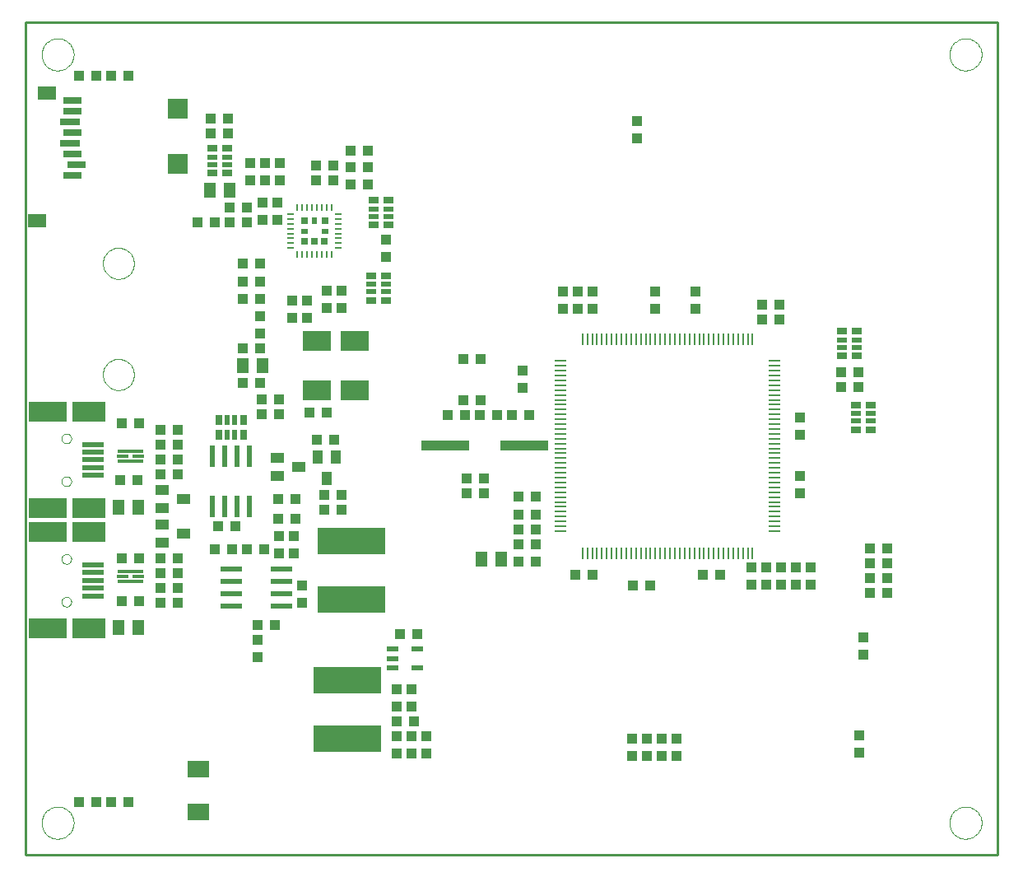
<source format=gtp>
G75*
%MOIN*%
%OFA0B0*%
%FSLAX24Y24*%
%IPPOS*%
%LPD*%
%AMOC8*
5,1,8,0,0,1.08239X$1,22.5*
%
%ADD10C,0.0100*%
%ADD11C,0.0000*%
%ADD12R,0.0400X0.0400*%
%ADD13R,0.0394X0.0551*%
%ADD14R,0.0500X0.0600*%
%ADD15R,0.1969X0.0394*%
%ADD16R,0.0551X0.0394*%
%ADD17R,0.0472X0.0100*%
%ADD18R,0.0100X0.0472*%
%ADD19R,0.0748X0.0315*%
%ADD20R,0.0827X0.0315*%
%ADD21R,0.0787X0.0787*%
%ADD22R,0.0748X0.0551*%
%ADD23R,0.0472X0.0217*%
%ADD24R,0.0400X0.0300*%
%ADD25R,0.0400X0.0200*%
%ADD26R,0.0866X0.0236*%
%ADD27R,0.1181X0.0787*%
%ADD28R,0.0886X0.0197*%
%ADD29R,0.1575X0.0827*%
%ADD30R,0.1378X0.0827*%
%ADD31R,0.0575X0.0118*%
%ADD32R,0.0457X0.0118*%
%ADD33R,0.0300X0.0400*%
%ADD34R,0.0200X0.0400*%
%ADD35R,0.0236X0.0866*%
%ADD36R,0.2756X0.1102*%
%ADD37R,0.0900X0.0700*%
%ADD38R,0.0098X0.0295*%
%ADD39R,0.0295X0.0098*%
%ADD40R,0.0276X0.0276*%
%ADD41R,0.0236X0.0276*%
%ADD42R,0.0276X0.0236*%
%ADD43R,0.0315X0.0276*%
D10*
X008401Y002140D02*
X008401Y035840D01*
X047771Y035840D01*
X047771Y002140D01*
X008401Y002140D01*
D11*
X009051Y003440D02*
X009053Y003490D01*
X009059Y003540D01*
X009069Y003590D01*
X009082Y003638D01*
X009099Y003686D01*
X009120Y003732D01*
X009144Y003776D01*
X009172Y003818D01*
X009203Y003858D01*
X009237Y003895D01*
X009274Y003930D01*
X009313Y003961D01*
X009354Y003990D01*
X009398Y004015D01*
X009444Y004037D01*
X009491Y004055D01*
X009539Y004069D01*
X009588Y004080D01*
X009638Y004087D01*
X009688Y004090D01*
X009739Y004089D01*
X009789Y004084D01*
X009839Y004075D01*
X009887Y004063D01*
X009935Y004046D01*
X009981Y004026D01*
X010026Y004003D01*
X010069Y003976D01*
X010109Y003946D01*
X010147Y003913D01*
X010182Y003877D01*
X010215Y003838D01*
X010244Y003797D01*
X010270Y003754D01*
X010293Y003709D01*
X010312Y003662D01*
X010327Y003614D01*
X010339Y003565D01*
X010347Y003515D01*
X010351Y003465D01*
X010351Y003415D01*
X010347Y003365D01*
X010339Y003315D01*
X010327Y003266D01*
X010312Y003218D01*
X010293Y003171D01*
X010270Y003126D01*
X010244Y003083D01*
X010215Y003042D01*
X010182Y003003D01*
X010147Y002967D01*
X010109Y002934D01*
X010069Y002904D01*
X010026Y002877D01*
X009981Y002854D01*
X009935Y002834D01*
X009887Y002817D01*
X009839Y002805D01*
X009789Y002796D01*
X009739Y002791D01*
X009688Y002790D01*
X009638Y002793D01*
X009588Y002800D01*
X009539Y002811D01*
X009491Y002825D01*
X009444Y002843D01*
X009398Y002865D01*
X009354Y002890D01*
X009313Y002919D01*
X009274Y002950D01*
X009237Y002985D01*
X009203Y003022D01*
X009172Y003062D01*
X009144Y003104D01*
X009120Y003148D01*
X009099Y003194D01*
X009082Y003242D01*
X009069Y003290D01*
X009059Y003340D01*
X009053Y003390D01*
X009051Y003440D01*
X009854Y012384D02*
X009856Y012411D01*
X009862Y012438D01*
X009871Y012464D01*
X009884Y012488D01*
X009900Y012511D01*
X009919Y012530D01*
X009941Y012547D01*
X009965Y012561D01*
X009990Y012571D01*
X010017Y012578D01*
X010044Y012581D01*
X010072Y012580D01*
X010099Y012575D01*
X010125Y012567D01*
X010149Y012555D01*
X010172Y012539D01*
X010193Y012521D01*
X010210Y012500D01*
X010225Y012476D01*
X010236Y012451D01*
X010244Y012425D01*
X010248Y012398D01*
X010248Y012370D01*
X010244Y012343D01*
X010236Y012317D01*
X010225Y012292D01*
X010210Y012268D01*
X010193Y012247D01*
X010172Y012229D01*
X010150Y012213D01*
X010125Y012201D01*
X010099Y012193D01*
X010072Y012188D01*
X010044Y012187D01*
X010017Y012190D01*
X009990Y012197D01*
X009965Y012207D01*
X009941Y012221D01*
X009919Y012238D01*
X009900Y012257D01*
X009884Y012280D01*
X009871Y012304D01*
X009862Y012330D01*
X009856Y012357D01*
X009854Y012384D01*
X009854Y014116D02*
X009856Y014143D01*
X009862Y014170D01*
X009871Y014196D01*
X009884Y014220D01*
X009900Y014243D01*
X009919Y014262D01*
X009941Y014279D01*
X009965Y014293D01*
X009990Y014303D01*
X010017Y014310D01*
X010044Y014313D01*
X010072Y014312D01*
X010099Y014307D01*
X010125Y014299D01*
X010149Y014287D01*
X010172Y014271D01*
X010193Y014253D01*
X010210Y014232D01*
X010225Y014208D01*
X010236Y014183D01*
X010244Y014157D01*
X010248Y014130D01*
X010248Y014102D01*
X010244Y014075D01*
X010236Y014049D01*
X010225Y014024D01*
X010210Y014000D01*
X010193Y013979D01*
X010172Y013961D01*
X010150Y013945D01*
X010125Y013933D01*
X010099Y013925D01*
X010072Y013920D01*
X010044Y013919D01*
X010017Y013922D01*
X009990Y013929D01*
X009965Y013939D01*
X009941Y013953D01*
X009919Y013970D01*
X009900Y013989D01*
X009884Y014012D01*
X009871Y014036D01*
X009862Y014062D01*
X009856Y014089D01*
X009854Y014116D01*
X009854Y017264D02*
X009856Y017291D01*
X009862Y017318D01*
X009871Y017344D01*
X009884Y017368D01*
X009900Y017391D01*
X009919Y017410D01*
X009941Y017427D01*
X009965Y017441D01*
X009990Y017451D01*
X010017Y017458D01*
X010044Y017461D01*
X010072Y017460D01*
X010099Y017455D01*
X010125Y017447D01*
X010149Y017435D01*
X010172Y017419D01*
X010193Y017401D01*
X010210Y017380D01*
X010225Y017356D01*
X010236Y017331D01*
X010244Y017305D01*
X010248Y017278D01*
X010248Y017250D01*
X010244Y017223D01*
X010236Y017197D01*
X010225Y017172D01*
X010210Y017148D01*
X010193Y017127D01*
X010172Y017109D01*
X010150Y017093D01*
X010125Y017081D01*
X010099Y017073D01*
X010072Y017068D01*
X010044Y017067D01*
X010017Y017070D01*
X009990Y017077D01*
X009965Y017087D01*
X009941Y017101D01*
X009919Y017118D01*
X009900Y017137D01*
X009884Y017160D01*
X009871Y017184D01*
X009862Y017210D01*
X009856Y017237D01*
X009854Y017264D01*
X009854Y018996D02*
X009856Y019023D01*
X009862Y019050D01*
X009871Y019076D01*
X009884Y019100D01*
X009900Y019123D01*
X009919Y019142D01*
X009941Y019159D01*
X009965Y019173D01*
X009990Y019183D01*
X010017Y019190D01*
X010044Y019193D01*
X010072Y019192D01*
X010099Y019187D01*
X010125Y019179D01*
X010149Y019167D01*
X010172Y019151D01*
X010193Y019133D01*
X010210Y019112D01*
X010225Y019088D01*
X010236Y019063D01*
X010244Y019037D01*
X010248Y019010D01*
X010248Y018982D01*
X010244Y018955D01*
X010236Y018929D01*
X010225Y018904D01*
X010210Y018880D01*
X010193Y018859D01*
X010172Y018841D01*
X010150Y018825D01*
X010125Y018813D01*
X010099Y018805D01*
X010072Y018800D01*
X010044Y018799D01*
X010017Y018802D01*
X009990Y018809D01*
X009965Y018819D01*
X009941Y018833D01*
X009919Y018850D01*
X009900Y018869D01*
X009884Y018892D01*
X009871Y018916D01*
X009862Y018942D01*
X009856Y018969D01*
X009854Y018996D01*
X011530Y021584D02*
X011532Y021634D01*
X011538Y021684D01*
X011548Y021733D01*
X011562Y021781D01*
X011579Y021828D01*
X011600Y021873D01*
X011625Y021917D01*
X011653Y021958D01*
X011685Y021997D01*
X011719Y022034D01*
X011756Y022068D01*
X011796Y022098D01*
X011838Y022125D01*
X011882Y022149D01*
X011928Y022170D01*
X011975Y022186D01*
X012023Y022199D01*
X012073Y022208D01*
X012122Y022213D01*
X012173Y022214D01*
X012223Y022211D01*
X012272Y022204D01*
X012321Y022193D01*
X012369Y022178D01*
X012415Y022160D01*
X012460Y022138D01*
X012503Y022112D01*
X012544Y022083D01*
X012583Y022051D01*
X012619Y022016D01*
X012651Y021978D01*
X012681Y021938D01*
X012708Y021895D01*
X012731Y021851D01*
X012750Y021805D01*
X012766Y021757D01*
X012778Y021708D01*
X012786Y021659D01*
X012790Y021609D01*
X012790Y021559D01*
X012786Y021509D01*
X012778Y021460D01*
X012766Y021411D01*
X012750Y021363D01*
X012731Y021317D01*
X012708Y021273D01*
X012681Y021230D01*
X012651Y021190D01*
X012619Y021152D01*
X012583Y021117D01*
X012544Y021085D01*
X012503Y021056D01*
X012460Y021030D01*
X012415Y021008D01*
X012369Y020990D01*
X012321Y020975D01*
X012272Y020964D01*
X012223Y020957D01*
X012173Y020954D01*
X012122Y020955D01*
X012073Y020960D01*
X012023Y020969D01*
X011975Y020982D01*
X011928Y020998D01*
X011882Y021019D01*
X011838Y021043D01*
X011796Y021070D01*
X011756Y021100D01*
X011719Y021134D01*
X011685Y021171D01*
X011653Y021210D01*
X011625Y021251D01*
X011600Y021295D01*
X011579Y021340D01*
X011562Y021387D01*
X011548Y021435D01*
X011538Y021484D01*
X011532Y021534D01*
X011530Y021584D01*
X011530Y026084D02*
X011532Y026134D01*
X011538Y026184D01*
X011548Y026233D01*
X011562Y026281D01*
X011579Y026328D01*
X011600Y026373D01*
X011625Y026417D01*
X011653Y026458D01*
X011685Y026497D01*
X011719Y026534D01*
X011756Y026568D01*
X011796Y026598D01*
X011838Y026625D01*
X011882Y026649D01*
X011928Y026670D01*
X011975Y026686D01*
X012023Y026699D01*
X012073Y026708D01*
X012122Y026713D01*
X012173Y026714D01*
X012223Y026711D01*
X012272Y026704D01*
X012321Y026693D01*
X012369Y026678D01*
X012415Y026660D01*
X012460Y026638D01*
X012503Y026612D01*
X012544Y026583D01*
X012583Y026551D01*
X012619Y026516D01*
X012651Y026478D01*
X012681Y026438D01*
X012708Y026395D01*
X012731Y026351D01*
X012750Y026305D01*
X012766Y026257D01*
X012778Y026208D01*
X012786Y026159D01*
X012790Y026109D01*
X012790Y026059D01*
X012786Y026009D01*
X012778Y025960D01*
X012766Y025911D01*
X012750Y025863D01*
X012731Y025817D01*
X012708Y025773D01*
X012681Y025730D01*
X012651Y025690D01*
X012619Y025652D01*
X012583Y025617D01*
X012544Y025585D01*
X012503Y025556D01*
X012460Y025530D01*
X012415Y025508D01*
X012369Y025490D01*
X012321Y025475D01*
X012272Y025464D01*
X012223Y025457D01*
X012173Y025454D01*
X012122Y025455D01*
X012073Y025460D01*
X012023Y025469D01*
X011975Y025482D01*
X011928Y025498D01*
X011882Y025519D01*
X011838Y025543D01*
X011796Y025570D01*
X011756Y025600D01*
X011719Y025634D01*
X011685Y025671D01*
X011653Y025710D01*
X011625Y025751D01*
X011600Y025795D01*
X011579Y025840D01*
X011562Y025887D01*
X011548Y025935D01*
X011538Y025984D01*
X011532Y026034D01*
X011530Y026084D01*
X009051Y034540D02*
X009053Y034590D01*
X009059Y034640D01*
X009069Y034690D01*
X009082Y034738D01*
X009099Y034786D01*
X009120Y034832D01*
X009144Y034876D01*
X009172Y034918D01*
X009203Y034958D01*
X009237Y034995D01*
X009274Y035030D01*
X009313Y035061D01*
X009354Y035090D01*
X009398Y035115D01*
X009444Y035137D01*
X009491Y035155D01*
X009539Y035169D01*
X009588Y035180D01*
X009638Y035187D01*
X009688Y035190D01*
X009739Y035189D01*
X009789Y035184D01*
X009839Y035175D01*
X009887Y035163D01*
X009935Y035146D01*
X009981Y035126D01*
X010026Y035103D01*
X010069Y035076D01*
X010109Y035046D01*
X010147Y035013D01*
X010182Y034977D01*
X010215Y034938D01*
X010244Y034897D01*
X010270Y034854D01*
X010293Y034809D01*
X010312Y034762D01*
X010327Y034714D01*
X010339Y034665D01*
X010347Y034615D01*
X010351Y034565D01*
X010351Y034515D01*
X010347Y034465D01*
X010339Y034415D01*
X010327Y034366D01*
X010312Y034318D01*
X010293Y034271D01*
X010270Y034226D01*
X010244Y034183D01*
X010215Y034142D01*
X010182Y034103D01*
X010147Y034067D01*
X010109Y034034D01*
X010069Y034004D01*
X010026Y033977D01*
X009981Y033954D01*
X009935Y033934D01*
X009887Y033917D01*
X009839Y033905D01*
X009789Y033896D01*
X009739Y033891D01*
X009688Y033890D01*
X009638Y033893D01*
X009588Y033900D01*
X009539Y033911D01*
X009491Y033925D01*
X009444Y033943D01*
X009398Y033965D01*
X009354Y033990D01*
X009313Y034019D01*
X009274Y034050D01*
X009237Y034085D01*
X009203Y034122D01*
X009172Y034162D01*
X009144Y034204D01*
X009120Y034248D01*
X009099Y034294D01*
X009082Y034342D01*
X009069Y034390D01*
X009059Y034440D01*
X009053Y034490D01*
X009051Y034540D01*
X045821Y034540D02*
X045823Y034590D01*
X045829Y034640D01*
X045839Y034690D01*
X045852Y034738D01*
X045869Y034786D01*
X045890Y034832D01*
X045914Y034876D01*
X045942Y034918D01*
X045973Y034958D01*
X046007Y034995D01*
X046044Y035030D01*
X046083Y035061D01*
X046124Y035090D01*
X046168Y035115D01*
X046214Y035137D01*
X046261Y035155D01*
X046309Y035169D01*
X046358Y035180D01*
X046408Y035187D01*
X046458Y035190D01*
X046509Y035189D01*
X046559Y035184D01*
X046609Y035175D01*
X046657Y035163D01*
X046705Y035146D01*
X046751Y035126D01*
X046796Y035103D01*
X046839Y035076D01*
X046879Y035046D01*
X046917Y035013D01*
X046952Y034977D01*
X046985Y034938D01*
X047014Y034897D01*
X047040Y034854D01*
X047063Y034809D01*
X047082Y034762D01*
X047097Y034714D01*
X047109Y034665D01*
X047117Y034615D01*
X047121Y034565D01*
X047121Y034515D01*
X047117Y034465D01*
X047109Y034415D01*
X047097Y034366D01*
X047082Y034318D01*
X047063Y034271D01*
X047040Y034226D01*
X047014Y034183D01*
X046985Y034142D01*
X046952Y034103D01*
X046917Y034067D01*
X046879Y034034D01*
X046839Y034004D01*
X046796Y033977D01*
X046751Y033954D01*
X046705Y033934D01*
X046657Y033917D01*
X046609Y033905D01*
X046559Y033896D01*
X046509Y033891D01*
X046458Y033890D01*
X046408Y033893D01*
X046358Y033900D01*
X046309Y033911D01*
X046261Y033925D01*
X046214Y033943D01*
X046168Y033965D01*
X046124Y033990D01*
X046083Y034019D01*
X046044Y034050D01*
X046007Y034085D01*
X045973Y034122D01*
X045942Y034162D01*
X045914Y034204D01*
X045890Y034248D01*
X045869Y034294D01*
X045852Y034342D01*
X045839Y034390D01*
X045829Y034440D01*
X045823Y034490D01*
X045821Y034540D01*
X045821Y003440D02*
X045823Y003490D01*
X045829Y003540D01*
X045839Y003590D01*
X045852Y003638D01*
X045869Y003686D01*
X045890Y003732D01*
X045914Y003776D01*
X045942Y003818D01*
X045973Y003858D01*
X046007Y003895D01*
X046044Y003930D01*
X046083Y003961D01*
X046124Y003990D01*
X046168Y004015D01*
X046214Y004037D01*
X046261Y004055D01*
X046309Y004069D01*
X046358Y004080D01*
X046408Y004087D01*
X046458Y004090D01*
X046509Y004089D01*
X046559Y004084D01*
X046609Y004075D01*
X046657Y004063D01*
X046705Y004046D01*
X046751Y004026D01*
X046796Y004003D01*
X046839Y003976D01*
X046879Y003946D01*
X046917Y003913D01*
X046952Y003877D01*
X046985Y003838D01*
X047014Y003797D01*
X047040Y003754D01*
X047063Y003709D01*
X047082Y003662D01*
X047097Y003614D01*
X047109Y003565D01*
X047117Y003515D01*
X047121Y003465D01*
X047121Y003415D01*
X047117Y003365D01*
X047109Y003315D01*
X047097Y003266D01*
X047082Y003218D01*
X047063Y003171D01*
X047040Y003126D01*
X047014Y003083D01*
X046985Y003042D01*
X046952Y003003D01*
X046917Y002967D01*
X046879Y002934D01*
X046839Y002904D01*
X046796Y002877D01*
X046751Y002854D01*
X046705Y002834D01*
X046657Y002817D01*
X046609Y002805D01*
X046559Y002796D01*
X046509Y002791D01*
X046458Y002790D01*
X046408Y002793D01*
X046358Y002800D01*
X046309Y002811D01*
X046261Y002825D01*
X046214Y002843D01*
X046168Y002865D01*
X046124Y002890D01*
X046083Y002919D01*
X046044Y002950D01*
X046007Y002985D01*
X045973Y003022D01*
X045942Y003062D01*
X045914Y003104D01*
X045890Y003148D01*
X045869Y003194D01*
X045852Y003242D01*
X045839Y003290D01*
X045829Y003340D01*
X045823Y003390D01*
X045821Y003440D01*
D12*
X042161Y006290D03*
X042161Y006990D03*
X042321Y010250D03*
X042321Y010950D03*
X042591Y012740D03*
X042591Y013340D03*
X043291Y013340D03*
X043291Y012740D03*
X043291Y013940D03*
X043291Y014540D03*
X042591Y014540D03*
X042591Y013940D03*
X040211Y013770D03*
X039611Y013770D03*
X039011Y013770D03*
X038411Y013770D03*
X037811Y013770D03*
X037811Y013070D03*
X038411Y013070D03*
X039011Y013070D03*
X039611Y013070D03*
X040211Y013070D03*
X036541Y013480D03*
X035841Y013480D03*
X033681Y013060D03*
X032981Y013060D03*
X031361Y013480D03*
X030661Y013480D03*
X029051Y014020D03*
X028351Y014020D03*
X028351Y014720D03*
X028351Y015310D03*
X029051Y015310D03*
X029051Y014720D03*
X029051Y015910D03*
X028351Y015910D03*
X028351Y016660D03*
X029051Y016660D03*
X026961Y016790D03*
X026261Y016790D03*
X026261Y017390D03*
X026961Y017390D03*
X026781Y019950D03*
X026181Y019950D03*
X026121Y020550D03*
X026821Y020550D03*
X027481Y019950D03*
X028081Y019950D03*
X028781Y019950D03*
X028521Y021050D03*
X028521Y021750D03*
X026821Y022210D03*
X026121Y022210D03*
X025481Y019950D03*
X020891Y018940D03*
X020191Y018940D03*
X019901Y020040D03*
X020601Y020040D03*
X018651Y019990D03*
X018651Y020590D03*
X017951Y020590D03*
X017951Y019990D03*
X017901Y021240D03*
X017201Y021240D03*
X017201Y022640D03*
X017901Y022640D03*
X017901Y023240D03*
X017901Y023940D03*
X017901Y024640D03*
X017201Y024640D03*
X017201Y025340D03*
X017901Y025340D03*
X017901Y026090D03*
X017201Y026090D03*
X017351Y027740D03*
X018001Y027840D03*
X018601Y027840D03*
X018601Y028540D03*
X018001Y028540D03*
X017351Y028340D03*
X016651Y028340D03*
X016651Y027740D03*
X016051Y027740D03*
X015351Y027740D03*
X017501Y029430D03*
X018101Y029430D03*
X018701Y029430D03*
X018701Y030130D03*
X018101Y030130D03*
X017501Y030130D03*
X016611Y031340D03*
X015911Y031340D03*
X015911Y031940D03*
X016611Y031940D03*
X020151Y030040D03*
X020851Y030040D03*
X021551Y029990D03*
X021551Y030640D03*
X022251Y030640D03*
X022251Y029990D03*
X022251Y029290D03*
X021551Y029290D03*
X020851Y029440D03*
X020151Y029440D03*
X023001Y027040D03*
X023001Y026340D03*
X021201Y024990D03*
X020601Y024990D03*
X020601Y024290D03*
X021201Y024290D03*
X019801Y024590D03*
X019201Y024590D03*
X019201Y023890D03*
X019801Y023890D03*
X014561Y019360D03*
X014561Y018760D03*
X014561Y018160D03*
X014561Y017560D03*
X013861Y017560D03*
X012941Y017300D03*
X012241Y017300D03*
X013861Y018160D03*
X013861Y018760D03*
X013861Y019360D03*
X012991Y019620D03*
X012291Y019620D03*
X016191Y015450D03*
X016891Y015450D03*
X016751Y014500D03*
X017351Y014500D03*
X018051Y014500D03*
X018651Y014330D03*
X019251Y014330D03*
X019251Y015030D03*
X018651Y015030D03*
X018621Y015730D03*
X019321Y015730D03*
X019321Y016530D03*
X018621Y016530D03*
X020481Y016710D03*
X020481Y016110D03*
X021181Y016110D03*
X021181Y016710D03*
X019591Y013050D03*
X019591Y012350D03*
X018491Y011460D03*
X017791Y011460D03*
X017791Y010850D03*
X017791Y010150D03*
X014551Y012340D03*
X014551Y012940D03*
X014551Y013540D03*
X014551Y014140D03*
X013851Y014140D03*
X013851Y013540D03*
X012991Y014140D03*
X012291Y014140D03*
X013851Y012940D03*
X013851Y012340D03*
X012991Y012420D03*
X012291Y012420D03*
X016051Y014500D03*
X023561Y011070D03*
X024261Y011070D03*
X024031Y008860D03*
X023431Y008860D03*
X023431Y008160D03*
X024031Y008160D03*
X024131Y007560D03*
X024031Y006960D03*
X023431Y006960D03*
X023431Y007560D03*
X024631Y006960D03*
X024631Y006260D03*
X024031Y006260D03*
X023431Y006260D03*
X032951Y006150D03*
X033551Y006150D03*
X034151Y006150D03*
X034751Y006150D03*
X034751Y006850D03*
X034151Y006850D03*
X033551Y006850D03*
X032951Y006850D03*
X039761Y016770D03*
X039761Y017470D03*
X039761Y019130D03*
X039761Y019830D03*
X041421Y021080D03*
X041421Y021680D03*
X042121Y021680D03*
X042121Y021080D03*
X038921Y023820D03*
X038921Y024420D03*
X038221Y024420D03*
X038221Y023820D03*
X035521Y024230D03*
X035521Y024930D03*
X033881Y024930D03*
X033881Y024230D03*
X031351Y024230D03*
X030751Y024230D03*
X030151Y024230D03*
X030151Y024930D03*
X030751Y024930D03*
X031351Y024930D03*
X033151Y031130D03*
X033151Y031830D03*
X012551Y033690D03*
X011851Y033690D03*
X011251Y033690D03*
X010551Y033690D03*
X010551Y004290D03*
X011251Y004290D03*
X011851Y004290D03*
X012551Y004290D03*
D13*
X020591Y017387D03*
X020217Y018253D03*
X020965Y018253D03*
D14*
X018001Y021940D03*
X017201Y021940D03*
X012961Y016220D03*
X012161Y016220D03*
X012161Y011340D03*
X012961Y011340D03*
X026861Y014120D03*
X027661Y014120D03*
X016661Y029040D03*
X015861Y029040D03*
D15*
X025391Y018700D03*
X028591Y018700D03*
D16*
X019464Y017850D03*
X018598Y017476D03*
X018598Y018224D03*
X014784Y016550D03*
X013918Y016176D03*
X013918Y015524D03*
X014784Y015150D03*
X013918Y014776D03*
X013918Y016924D03*
D17*
X030070Y017017D03*
X030070Y017214D03*
X030070Y017410D03*
X030070Y017607D03*
X030070Y017804D03*
X030070Y018001D03*
X030070Y018198D03*
X030070Y018395D03*
X030070Y018592D03*
X030070Y018788D03*
X030070Y018985D03*
X030070Y019182D03*
X030070Y019379D03*
X030070Y019576D03*
X030070Y019773D03*
X030070Y019970D03*
X030070Y020166D03*
X030070Y020363D03*
X030070Y020560D03*
X030070Y020757D03*
X030070Y020954D03*
X030070Y021151D03*
X030070Y021347D03*
X030070Y021544D03*
X030070Y021741D03*
X030070Y021938D03*
X030070Y022135D03*
X030070Y016820D03*
X030070Y016623D03*
X030070Y016426D03*
X030070Y016229D03*
X030070Y016033D03*
X030070Y015836D03*
X030070Y015639D03*
X030070Y015442D03*
X030070Y015245D03*
X038732Y015245D03*
X038732Y015442D03*
X038732Y015639D03*
X038732Y015836D03*
X038732Y016033D03*
X038732Y016229D03*
X038732Y016426D03*
X038732Y016623D03*
X038732Y016820D03*
X038732Y017017D03*
X038732Y017214D03*
X038732Y017410D03*
X038732Y017607D03*
X038732Y017804D03*
X038732Y018001D03*
X038732Y018198D03*
X038732Y018395D03*
X038732Y018592D03*
X038732Y018788D03*
X038732Y018985D03*
X038732Y019182D03*
X038732Y019379D03*
X038732Y019576D03*
X038732Y019773D03*
X038732Y019970D03*
X038732Y020166D03*
X038732Y020363D03*
X038732Y020560D03*
X038732Y020757D03*
X038732Y020954D03*
X038732Y021151D03*
X038732Y021347D03*
X038732Y021544D03*
X038732Y021741D03*
X038732Y021938D03*
X038732Y022135D03*
D18*
X037846Y023021D03*
X037649Y023021D03*
X037452Y023021D03*
X037255Y023021D03*
X037059Y023021D03*
X036862Y023021D03*
X036665Y023021D03*
X036468Y023021D03*
X036271Y023021D03*
X036074Y023021D03*
X035878Y023021D03*
X035681Y023021D03*
X035484Y023021D03*
X035287Y023021D03*
X035090Y023021D03*
X034893Y023021D03*
X034696Y023021D03*
X034500Y023021D03*
X034303Y023021D03*
X034106Y023021D03*
X033909Y023021D03*
X033712Y023021D03*
X033515Y023021D03*
X033318Y023021D03*
X033122Y023021D03*
X032925Y023021D03*
X032728Y023021D03*
X032531Y023021D03*
X032334Y023021D03*
X032137Y023021D03*
X031941Y023021D03*
X031744Y023021D03*
X031547Y023021D03*
X031350Y023021D03*
X031153Y023021D03*
X030956Y023021D03*
X030956Y014359D03*
X031153Y014359D03*
X031350Y014359D03*
X031547Y014359D03*
X031744Y014359D03*
X031941Y014359D03*
X032137Y014359D03*
X032334Y014359D03*
X032531Y014359D03*
X032728Y014359D03*
X032925Y014359D03*
X033122Y014359D03*
X033318Y014359D03*
X033515Y014359D03*
X033712Y014359D03*
X033909Y014359D03*
X034106Y014359D03*
X034303Y014359D03*
X034500Y014359D03*
X034696Y014359D03*
X034893Y014359D03*
X035090Y014359D03*
X035287Y014359D03*
X035484Y014359D03*
X035681Y014359D03*
X035878Y014359D03*
X036074Y014359D03*
X036271Y014359D03*
X036468Y014359D03*
X036665Y014359D03*
X036862Y014359D03*
X037059Y014359D03*
X037255Y014359D03*
X037452Y014359D03*
X037649Y014359D03*
X037846Y014359D03*
D19*
X010310Y029630D03*
X010467Y030063D03*
X010310Y030496D03*
X010310Y031362D03*
X010310Y032229D03*
X010310Y032662D03*
D20*
X010192Y031796D03*
X010192Y030929D03*
D21*
X014562Y030103D03*
X014562Y032347D03*
D22*
X009267Y032977D03*
X008873Y027799D03*
D23*
X023249Y010464D03*
X023249Y010090D03*
X023249Y009716D03*
X024273Y009716D03*
X024273Y010464D03*
D24*
X041471Y022330D03*
X042071Y022330D03*
X042071Y023330D03*
X041471Y023330D03*
X042031Y020350D03*
X042631Y020350D03*
X042631Y019350D03*
X042031Y019350D03*
X023001Y024590D03*
X022401Y024590D03*
X022401Y025590D03*
X023001Y025590D03*
X023101Y027640D03*
X022501Y027640D03*
X022501Y028640D03*
X023101Y028640D03*
X016561Y029740D03*
X015961Y029740D03*
X015961Y030740D03*
X016561Y030740D03*
D25*
X016561Y030390D03*
X016561Y030090D03*
X015961Y030090D03*
X015961Y030390D03*
X022501Y028290D03*
X022501Y027990D03*
X023101Y027990D03*
X023101Y028290D03*
X023001Y025240D03*
X023001Y024940D03*
X022401Y024940D03*
X022401Y025240D03*
X041471Y022980D03*
X041471Y022680D03*
X042071Y022680D03*
X042071Y022980D03*
X042031Y020000D03*
X042031Y019700D03*
X042631Y019700D03*
X042631Y020000D03*
D26*
X018765Y013700D03*
X018765Y013200D03*
X018765Y012700D03*
X018765Y012200D03*
X016718Y012200D03*
X016718Y012700D03*
X016718Y013200D03*
X016718Y013700D03*
D27*
X020203Y020940D03*
X021715Y020940D03*
X021715Y022940D03*
X020203Y022940D03*
D28*
X011117Y018760D03*
X011117Y018445D03*
X011117Y018130D03*
X011117Y017815D03*
X011117Y017500D03*
X011117Y013880D03*
X011117Y013565D03*
X011117Y013250D03*
X011117Y012935D03*
X011117Y012620D03*
D29*
X009303Y011301D03*
X009303Y015199D03*
X009303Y016181D03*
X009303Y020079D03*
D30*
X010976Y020079D03*
X010976Y016181D03*
X010976Y015199D03*
X010976Y011301D03*
D31*
X012385Y013203D03*
X012385Y013597D03*
X012897Y013597D03*
X012897Y013203D03*
X012897Y018083D03*
X012897Y018477D03*
X012385Y018477D03*
X012385Y018083D03*
D32*
X012326Y018280D03*
X012956Y018280D03*
X012956Y013400D03*
X012326Y013400D03*
D33*
X016221Y019160D03*
X016221Y019760D03*
X017221Y019760D03*
X017221Y019160D03*
D34*
X016871Y019160D03*
X016571Y019160D03*
X016571Y019760D03*
X016871Y019760D03*
D35*
X016971Y018284D03*
X016471Y018284D03*
X015971Y018284D03*
X017471Y018284D03*
X017471Y016236D03*
X016971Y016236D03*
X016471Y016236D03*
X015971Y016236D03*
D36*
X021591Y014851D03*
X021591Y012489D03*
X021431Y009201D03*
X021431Y006839D03*
D37*
X015409Y005596D03*
X015409Y003881D03*
D38*
X019412Y026435D03*
X019609Y026435D03*
X019806Y026435D03*
X020003Y026435D03*
X020200Y026435D03*
X020396Y026435D03*
X020593Y026435D03*
X020790Y026435D03*
X020790Y028345D03*
X020593Y028345D03*
X020396Y028345D03*
X020200Y028345D03*
X020003Y028345D03*
X019806Y028345D03*
X019609Y028345D03*
X019412Y028345D03*
D39*
X019146Y028079D03*
X019146Y027882D03*
X019146Y027685D03*
X019146Y027488D03*
X019146Y027292D03*
X019146Y027095D03*
X019146Y026898D03*
X019146Y026701D03*
X021056Y026701D03*
X021056Y026898D03*
X021056Y027095D03*
X021056Y027292D03*
X021056Y027488D03*
X021056Y027685D03*
X021056Y027882D03*
X021056Y028079D03*
D40*
X020515Y027803D03*
X019688Y027803D03*
X019688Y026977D03*
D41*
X020101Y027803D03*
D42*
X019688Y027390D03*
X020515Y027390D03*
D43*
X020495Y026977D03*
X020101Y026977D03*
M02*

</source>
